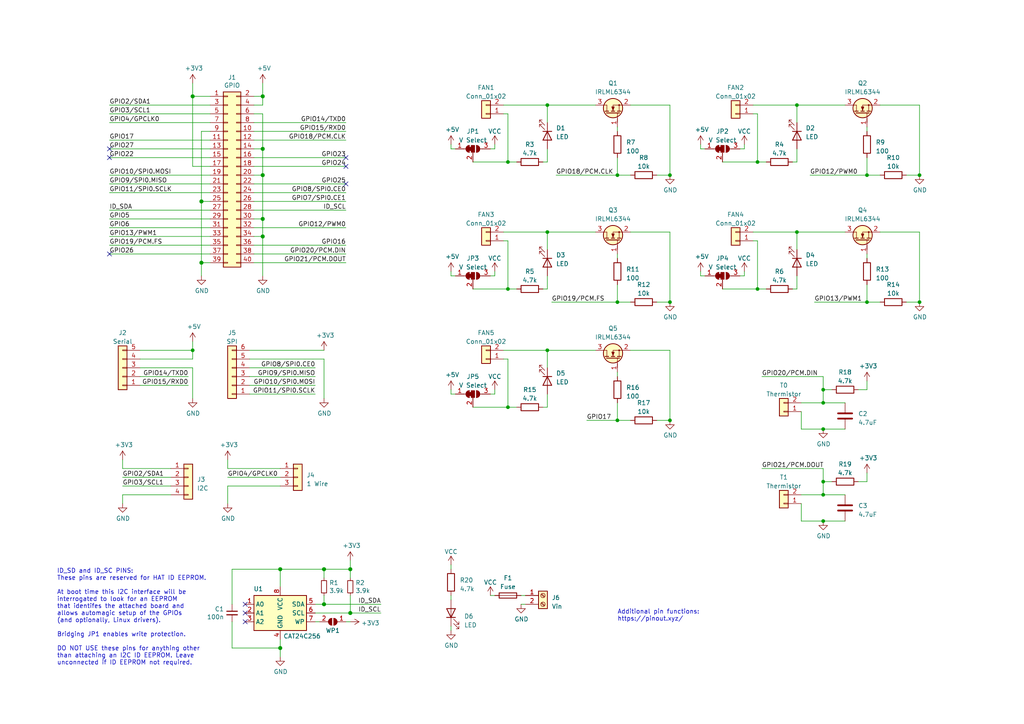
<source format=kicad_sch>
(kicad_sch (version 20230121) (generator eeschema)
  (paper "A4")
  (title_block (date "15 nov 2012"))
  (lib_symbols
    (symbol "Connector:Screw_Terminal_01x02" (pin_names (offset 1.016) hide)
      (property "Reference" "J" (at 0 2.54 0))
      (property "Value" "Screw_Terminal_01x02" (at 0 -5.08 0))
      (symbol "Screw_Terminal_01x02_1_1"
        (pin passive line (at -5.08 0 0) (length 3.81) (name "Pin_1") (number "1"))
        (pin passive line (at -5.08 -2.54 0) (length 3.81) (name "Pin_2") (number "2"))
      )
    )
    (symbol "Connector_Generic:Conn_01x02" (pin_names (offset 1.016) hide)
      (property "Reference" "J" (at 0 2.54 0))
      (property "Value" "Conn_01x02" (at 0 -5.08 0))
      (symbol "Conn_01x02_1_1"
        (pin passive line (at -5.08 0 0) (length 3.81) (name "Pin_1") (number "1"))
        (pin passive line (at -5.08 -2.54 0) (length 3.81) (name "Pin_2") (number "2"))
      )
    )
    (symbol "Connector_Generic:Conn_01x03" (pin_names (offset 1.016) hide)
      (property "Reference" "J" (at 0 5.08 0))
      (property "Value" "Conn_01x03" (at 0 -5.08 0))
      (symbol "Conn_01x03_1_1"
        (pin passive line (at -5.08 2.54 0) (length 3.81) (name "Pin_1") (number "1"))
        (pin passive line (at -5.08 0 0) (length 3.81) (name "Pin_2") (number "2"))
        (pin passive line (at -5.08 -2.54 0) (length 3.81) (name "Pin_3") (number "3"))
      )
    )
    (symbol "Connector_Generic:Conn_01x04" (pin_names (offset 1.016) hide)
      (property "Reference" "J" (at 0 5.08 0))
      (property "Value" "Conn_01x04" (at 0 -7.62 0))
      (symbol "Conn_01x04_1_1"
        (pin passive line (at -5.08 2.54 0) (length 3.81) (name "Pin_1") (number "1"))
        (pin passive line (at -5.08 0 0) (length 3.81) (name "Pin_2") (number "2"))
        (pin passive line (at -5.08 -2.54 0) (length 3.81) (name "Pin_3") (number "3"))
        (pin passive line (at -5.08 -5.08 0) (length 3.81) (name "Pin_4") (number "4"))
      )
    )
    (symbol "Connector_Generic:Conn_01x05" (pin_names (offset 1.016) hide)
      (property "Reference" "J" (at 0 7.62 0))
      (property "Value" "Conn_01x05" (at 0 -7.62 0))
      (symbol "Conn_01x05_1_1"
        (pin passive line (at -5.08 5.08 0) (length 3.81) (name "Pin_1") (number "1"))
        (pin passive line (at -5.08 2.54 0) (length 3.81) (name "Pin_2") (number "2"))
        (pin passive line (at -5.08 0 0) (length 3.81) (name "Pin_3") (number "3"))
        (pin passive line (at -5.08 -2.54 0) (length 3.81) (name "Pin_4") (number "4"))
        (pin passive line (at -5.08 -5.08 0) (length 3.81) (name "Pin_5") (number "5"))
      )
    )
    (symbol "Connector_Generic:Conn_01x06" (pin_names (offset 1.016) hide)
      (property "Reference" "J" (at 0 7.62 0))
      (property "Value" "Conn_01x06" (at 0 -10.16 0))
      (symbol "Conn_01x06_1_1"
        (pin passive line (at -5.08 5.08 0) (length 3.81) (name "Pin_1") (number "1"))
        (pin passive line (at -5.08 2.54 0) (length 3.81) (name "Pin_2") (number "2"))
        (pin passive line (at -5.08 0 0) (length 3.81) (name "Pin_3") (number "3"))
        (pin passive line (at -5.08 -2.54 0) (length 3.81) (name "Pin_4") (number "4"))
        (pin passive line (at -5.08 -5.08 0) (length 3.81) (name "Pin_5") (number "5"))
        (pin passive line (at -5.08 -7.62 0) (length 3.81) (name "Pin_6") (number "6"))
      )
    )
    (symbol "Connector_Generic:Conn_02x20_Odd_Even" (pin_names (offset 1.016) hide)
      (property "Reference" "J" (at 1.27 25.4 0))
      (property "Value" "Conn_02x20_Odd_Even" (at 1.27 -27.94 0))
      (symbol "Conn_02x20_Odd_Even_1_1"
        (pin passive line (at -5.08 22.86 0) (length 3.81) (name "Pin_1") (number "1"))
        (pin passive line (at 7.62 12.7 180) (length 3.81) (name "Pin_10") (number "10"))
        (pin passive line (at -5.08 10.16 0) (length 3.81) (name "Pin_11") (number "11"))
        (pin passive line (at 7.62 10.16 180) (length 3.81) (name "Pin_12") (number "12"))
        (pin passive line (at -5.08 7.62 0) (length 3.81) (name "Pin_13") (number "13"))
        (pin passive line (at 7.62 7.62 180) (length 3.81) (name "Pin_14") (number "14"))
        (pin passive line (at -5.08 5.08 0) (length 3.81) (name "Pin_15") (number "15"))
        (pin passive line (at 7.62 5.08 180) (length 3.81) (name "Pin_16") (number "16"))
        (pin passive line (at -5.08 2.54 0) (length 3.81) (name "Pin_17") (number "17"))
        (pin passive line (at 7.62 2.54 180) (length 3.81) (name "Pin_18") (number "18"))
        (pin passive line (at -5.08 0 0) (length 3.81) (name "Pin_19") (number "19"))
        (pin passive line (at 7.62 22.86 180) (length 3.81) (name "Pin_2") (number "2"))
        (pin passive line (at 7.62 0 180) (length 3.81) (name "Pin_20") (number "20"))
        (pin passive line (at -5.08 -2.54 0) (length 3.81) (name "Pin_21") (number "21"))
        (pin passive line (at 7.62 -2.54 180) (length 3.81) (name "Pin_22") (number "22"))
        (pin passive line (at -5.08 -5.08 0) (length 3.81) (name "Pin_23") (number "23"))
        (pin passive line (at 7.62 -5.08 180) (length 3.81) (name "Pin_24") (number "24"))
        (pin passive line (at -5.08 -7.62 0) (length 3.81) (name "Pin_25") (number "25"))
        (pin passive line (at 7.62 -7.62 180) (length 3.81) (name "Pin_26") (number "26"))
        (pin passive line (at -5.08 -10.16 0) (length 3.81) (name "Pin_27") (number "27"))
        (pin passive line (at 7.62 -10.16 180) (length 3.81) (name "Pin_28") (number "28"))
        (pin passive line (at -5.08 -12.7 0) (length 3.81) (name "Pin_29") (number "29"))
        (pin passive line (at -5.08 20.32 0) (length 3.81) (name "Pin_3") (number "3"))
        (pin passive line (at 7.62 -12.7 180) (length 3.81) (name "Pin_30") (number "30"))
        (pin passive line (at -5.08 -15.24 0) (length 3.81) (name "Pin_31") (number "31"))
        (pin passive line (at 7.62 -15.24 180) (length 3.81) (name "Pin_32") (number "32"))
        (pin passive line (at -5.08 -17.78 0) (length 3.81) (name "Pin_33") (number "33"))
        (pin passive line (at 7.62 -17.78 180) (length 3.81) (name "Pin_34") (number "34"))
        (pin passive line (at -5.08 -20.32 0) (length 3.81) (name "Pin_35") (number "35"))
        (pin passive line (at 7.62 -20.32 180) (length 3.81) (name "Pin_36") (number "36"))
        (pin passive line (at -5.08 -22.86 0) (length 3.81) (name "Pin_37") (number "37"))
        (pin passive line (at 7.62 -22.86 180) (length 3.81) (name "Pin_38") (number "38"))
        (pin passive line (at -5.08 -25.4 0) (length 3.81) (name "Pin_39") (number "39"))
        (pin passive line (at 7.62 20.32 180) (length 3.81) (name "Pin_4") (number "4"))
        (pin passive line (at 7.62 -25.4 180) (length 3.81) (name "Pin_40") (number "40"))
        (pin passive line (at -5.08 17.78 0) (length 3.81) (name "Pin_5") (number "5"))
        (pin passive line (at 7.62 17.78 180) (length 3.81) (name "Pin_6") (number "6"))
        (pin passive line (at -5.08 15.24 0) (length 3.81) (name "Pin_7") (number "7"))
        (pin passive line (at 7.62 15.24 180) (length 3.81) (name "Pin_8") (number "8"))
        (pin passive line (at -5.08 12.7 0) (length 3.81) (name "Pin_9") (number "9"))
      )
    )
    (symbol "Device:C" (pin_numbers hide) (pin_names (offset 0.254))
      (property "Reference" "C" (at 0.635 2.54 0))
      (property "Value" "C" (at 0.635 -2.54 0))
      (symbol "C_1_1"
        (pin passive line (at 0 3.81 270) (length 2.794) (name "~") (number "1"))
        (pin passive line (at 0 -3.81 90) (length 2.794) (name "~") (number "2"))
      )
    )
    (symbol "Device:C_Small" (pin_numbers hide) (pin_names (offset 0.254) hide)
      (property "Reference" "C" (at 0.254 1.778 0))
      (property "Value" "C_Small" (at 0.254 -2.032 0))
      (symbol "C_Small_1_1"
        (pin passive line (at 0 2.54 270) (length 2.032) (name "~") (number "1"))
        (pin passive line (at 0 -2.54 90) (length 2.032) (name "~") (number "2"))
      )
    )
    (symbol "Device:Fuse" (pin_numbers hide) (pin_names (offset 0))
      (property "Reference" "F" (at 2.032 0 90))
      (property "Value" "Fuse" (at -1.905 0 90))
      (symbol "Fuse_1_1"
        (pin passive line (at 0 3.81 270) (length 1.27) (name "~") (number "1"))
        (pin passive line (at 0 -3.81 90) (length 1.27) (name "~") (number "2"))
      )
    )
    (symbol "Device:LED" (pin_numbers hide) (pin_names (offset 1.016) hide)
      (property "Reference" "D" (at 0 2.54 0))
      (property "Value" "LED" (at 0 -2.54 0))
      (symbol "LED_1_1"
        (pin passive line (at -3.81 0 0) (length 2.54) (name "K") (number "1"))
        (pin passive line (at 3.81 0 180) (length 2.54) (name "A") (number "2"))
      )
    )
    (symbol "Device:R" (pin_numbers hide) (pin_names (offset 0))
      (property "Reference" "R" (at 2.032 0 90))
      (property "Value" "R" (at 0 0 90))
      (symbol "R_1_1"
        (pin passive line (at 0 3.81 270) (length 1.27) (name "~") (number "1"))
        (pin passive line (at 0 -3.81 90) (length 1.27) (name "~") (number "2"))
      )
    )
    (symbol "Device:R_Small" (pin_numbers hide) (pin_names (offset 0.254) hide)
      (property "Reference" "R" (at 0.762 0.508 0))
      (property "Value" "R_Small" (at 0.762 -1.016 0))
      (symbol "R_Small_1_1"
        (pin passive line (at 0 2.54 270) (length 0.762) (name "~") (number "1"))
        (pin passive line (at 0 -2.54 90) (length 0.762) (name "~") (number "2"))
      )
    )
    (symbol "Jumper:SolderJumper_2_Open" (pin_names (offset 0) hide)
      (property "Reference" "JP" (at 0 2.032 0))
      (property "Value" "SolderJumper_2_Open" (at 0 -2.54 0))
      (symbol "SolderJumper_2_Open_1_1"
        (pin passive line (at -3.81 0 0) (length 2.54) (name "A") (number "1"))
        (pin passive line (at 3.81 0 180) (length 2.54) (name "B") (number "2"))
      )
    )
    (symbol "Jumper:SolderJumper_3_Bridged12" (pin_names (offset 0) hide)
      (property "Reference" "JP" (at -2.54 -2.54 0))
      (property "Value" "SolderJumper_3_Bridged12" (at 0 2.794 0))
      (symbol "SolderJumper_3_Bridged12_1_1"
        (pin passive line (at -5.08 0 0) (length 2.54) (name "A") (number "1"))
        (pin passive line (at 0 -3.81 90) (length 2.54) (name "C") (number "2"))
        (pin passive line (at 5.08 0 180) (length 2.54) (name "B") (number "3"))
      )
    )
    (symbol "Memory_EEPROM:CAT24C256"
      (property "Reference" "U" (at -6.35 6.35 0))
      (property "Value" "CAT24C256" (at 1.27 6.35 0))
      (symbol "CAT24C256_1_1"
        (pin input line (at -10.16 2.54 0) (length 2.54) (name "A0") (number "1"))
        (pin input line (at -10.16 0 0) (length 2.54) (name "A1") (number "2"))
        (pin input line (at -10.16 -2.54 0) (length 2.54) (name "A2") (number "3"))
        (pin power_in line (at 0 -7.62 90) (length 2.54) (name "GND") (number "4"))
        (pin bidirectional line (at 10.16 2.54 180) (length 2.54) (name "SDA") (number "5"))
        (pin input line (at 10.16 0 180) (length 2.54) (name "SCL") (number "6"))
        (pin input line (at 10.16 -2.54 180) (length 2.54) (name "WP") (number "7"))
        (pin power_in line (at 0 7.62 270) (length 2.54) (name "VCC") (number "8"))
      )
    )
    (symbol "PCM_Transistor_MOSFET_AKL:IRLML6344" (pin_names hide)
      (property "Reference" "Q" (at 5.08 1.27 0))
      (property "Value" "IRLML6344" (at 5.08 -1.27 0))
      (symbol "IRLML6344_1_1"
        (pin input line (at -3.81 -1.27 0) (length 2.54) (name "G") (number "1"))
        (pin passive line (at 2.54 -5.08 90) (length 2.54) (name "S") (number "2"))
        (pin passive line (at 2.54 5.08 270) (length 2.54) (name "D") (number "3"))
      )
    )
    (symbol "power:+3.3V" (power) (pin_names (offset 0))
      (property "Value" "+3.3V" (at 0 3.556 0))
      (symbol "+3.3V_1_1"
        (pin power_in line (at 0 0 90) (length 0) hide (name "+3V3") (number "1"))
      )
    )
    (symbol "power:+5V" (power) (pin_names (offset 0))
      (property "Value" "+5V" (at 0 3.556 0))
      (symbol "+5V_1_1"
        (pin power_in line (at 0 0 90) (length 0) hide (name "+5V") (number "1"))
      )
    )
    (symbol "power:GND" (power) (pin_names (offset 0))
      (property "Value" "GND" (at 0 -3.81 0))
      (symbol "GND_1_1"
        (pin power_in line (at 0 0 270) (length 0) hide (name "GND") (number "1"))
      )
    )
    (symbol "power:VCC" (power) (pin_names (offset 0))
      (property "Value" "VCC" (at 0 3.81 0))
      (symbol "VCC_1_1"
        (pin power_in line (at 0 0 90) (length 0) hide (name "VCC") (number "1"))
      )
    )
  )
  (junction (at 266.7 50.8))
  (junction (at 93.98 175.26) (diameter 1.016))
  (junction (at 76.2 27.94) (diameter 1.016))
  (junction (at 81.28 187.96) (diameter 1.016))
  (junction (at 76.2 43.18) (diameter 1.016))
  (junction (at 81.28 165.1) (diameter 1.016))
  (junction (at 251.46 50.8))
  (junction (at 158.75 67.31))
  (junction (at 179.07 87.63))
  (junction (at 101.6 165.1) (diameter 1.016))
  (junction (at 251.46 87.63))
  (junction (at 158.75 30.48))
  (junction (at 194.31 50.8))
  (junction (at 147.32 46.99))
  (junction (at 58.42 76.2) (diameter 1.016))
  (junction (at 194.31 121.92))
  (junction (at 58.42 58.42) (diameter 1.016))
  (junction (at 238.76 113.03))
  (junction (at 238.76 151.13))
  (junction (at 219.71 83.82))
  (junction (at 76.2 68.58) (diameter 1.016))
  (junction (at 55.88 101.6))
  (junction (at 158.75 101.6))
  (junction (at 231.14 30.48))
  (junction (at 238.76 116.84))
  (junction (at 219.71 46.99))
  (junction (at 147.32 83.82))
  (junction (at 76.2 63.5) (diameter 1.016))
  (junction (at 238.76 124.46))
  (junction (at 179.07 50.8))
  (junction (at 76.2 50.8) (diameter 1.016))
  (junction (at 101.6 177.8) (diameter 1.016))
  (junction (at 231.14 67.31))
  (junction (at 179.07 121.92))
  (junction (at 194.31 87.63))
  (junction (at 147.32 118.11))
  (junction (at 238.76 139.7))
  (junction (at 266.7 87.63))
  (junction (at 238.76 143.51))
  (junction (at 55.88 27.94) (diameter 1.016))
  (junction (at 93.98 165.1) (diameter 1.016))
  (no_connect (at 31.75 43.18))
  (no_connect (at 71.12 175.26))
  (no_connect (at 71.12 177.8))
  (no_connect (at 71.12 180.34))
  (no_connect (at 100.33 48.26))
  (no_connect (at 100.33 53.34))
  (no_connect (at 31.75 73.66))
  (no_connect (at 31.75 45.72))
  (no_connect (at 100.33 45.72))
  (wire (pts (xy 58.42 58.42) (xy 58.42 76.2)))
  (wire (pts (xy 73.66 58.42) (xy 100.33 58.42)))
  (wire (pts (xy 130.81 41.91) (xy 130.81 43.18)))
  (wire (pts (xy 60.96 40.64) (xy 31.75 40.64)))
  (wire (pts (xy 81.28 165.1) (xy 93.98 165.1)))
  (wire (pts (xy 101.6 165.1) (xy 93.98 165.1)))
  (wire (pts (xy 101.6 167.64) (xy 101.6 165.1)))
  (wire (pts (xy 232.41 143.51) (xy 238.76 143.51)))
  (wire (pts (xy 179.07 87.63) (xy 182.88 87.63)))
  (wire (pts (xy 222.25 46.99) (xy 219.71 46.99)))
  (wire (pts (xy 255.27 30.48) (xy 266.7 30.48)))
  (wire (pts (xy 76.2 33.02) (xy 76.2 43.18)))
  (wire (pts (xy 76.2 50.8) (xy 73.66 50.8)))
  (wire (pts (xy 232.41 116.84) (xy 238.76 116.84)))
  (wire (pts (xy 215.9 80.01) (xy 215.9 78.74)))
  (wire (pts (xy 203.2 78.74) (xy 203.2 80.01)))
  (wire (pts (xy 179.07 116.84) (xy 179.07 121.92)))
  (wire (pts (xy 40.64 101.6) (xy 55.88 101.6)))
  (wire (pts (xy 238.76 151.13) (xy 245.11 151.13)))
  (wire (pts (xy 234.95 50.8) (xy 251.46 50.8)))
  (wire (pts (xy 231.14 30.48) (xy 245.11 30.48)))
  (wire (pts (xy 231.14 30.48) (xy 231.14 35.56)))
  (wire (pts (xy 146.05 104.14) (xy 147.32 104.14)))
  (wire (pts (xy 76.2 63.5) (xy 76.2 68.58)))
  (wire (pts (xy 190.5 121.92) (xy 194.31 121.92)))
  (wire (pts (xy 179.07 82.55) (xy 179.07 87.63)))
  (wire (pts (xy 218.44 30.48) (xy 231.14 30.48)))
  (wire (pts (xy 142.24 43.18) (xy 143.51 43.18)))
  (wire (pts (xy 220.98 109.22) (xy 238.76 109.22)))
  (wire (pts (xy 76.2 50.8) (xy 76.2 63.5)))
  (wire (pts (xy 130.81 80.01) (xy 132.08 80.01)))
  (wire (pts (xy 73.66 35.56) (xy 100.33 35.56)))
  (wire (pts (xy 58.42 38.1) (xy 58.42 58.42)))
  (wire (pts (xy 251.46 45.72) (xy 251.46 50.8)))
  (wire (pts (xy 91.44 175.26) (xy 93.98 175.26)))
  (wire (pts (xy 93.98 175.26) (xy 110.49 175.26)))
  (wire (pts (xy 157.48 118.11) (xy 158.75 118.11)))
  (wire (pts (xy 142.24 172.72) (xy 143.51 172.72)))
  (wire (pts (xy 238.76 124.46) (xy 245.11 124.46)))
  (wire (pts (xy 209.55 83.82) (xy 219.71 83.82)))
  (wire (pts (xy 157.48 83.82) (xy 158.75 83.82)))
  (wire (pts (xy 130.81 172.72) (xy 130.81 173.99)))
  (wire (pts (xy 35.56 143.51) (xy 35.56 146.05)))
  (wire (pts (xy 58.42 38.1) (xy 60.96 38.1)))
  (wire (pts (xy 91.44 180.34) (xy 92.71 180.34)))
  (wire (pts (xy 100.33 180.34) (xy 101.6 180.34)))
  (wire (pts (xy 73.66 55.88) (xy 100.33 55.88)))
  (wire (pts (xy 60.96 60.96) (xy 31.75 60.96)))
  (wire (pts (xy 238.76 113.03) (xy 238.76 116.84)))
  (wire (pts (xy 31.75 63.5) (xy 60.96 63.5)))
  (wire (pts (xy 255.27 67.31) (xy 266.7 67.31)))
  (wire (pts (xy 190.5 50.8) (xy 194.31 50.8)))
  (wire (pts (xy 203.2 41.91) (xy 203.2 43.18)))
  (wire (pts (xy 238.76 135.89) (xy 238.76 139.7)))
  (wire (pts (xy 229.87 46.99) (xy 231.14 46.99)))
  (wire (pts (xy 209.55 46.99) (xy 219.71 46.99)))
  (wire (pts (xy 251.46 73.66) (xy 251.46 74.93)))
  (wire (pts (xy 58.42 58.42) (xy 60.96 58.42)))
  (wire (pts (xy 101.6 162.56) (xy 101.6 165.1)))
  (wire (pts (xy 137.16 83.82) (xy 147.32 83.82)))
  (wire (pts (xy 251.46 137.16) (xy 251.46 139.7)))
  (wire (pts (xy 158.75 101.6) (xy 172.72 101.6)))
  (wire (pts (xy 219.71 83.82) (xy 222.25 83.82)))
  (wire (pts (xy 218.44 69.85) (xy 219.71 69.85)))
  (wire (pts (xy 73.66 45.72) (xy 100.33 45.72)))
  (wire (pts (xy 81.28 165.1) (xy 81.28 170.18)))
  (wire (pts (xy 231.14 67.31) (xy 231.14 72.39)))
  (wire (pts (xy 66.04 133.35) (xy 66.04 135.89)))
  (wire (pts (xy 203.2 43.18) (xy 204.47 43.18)))
  (wire (pts (xy 251.46 87.63) (xy 255.27 87.63)))
  (wire (pts (xy 137.16 118.11) (xy 147.32 118.11)))
  (wire (pts (xy 151.13 175.26) (xy 152.4 175.26)))
  (wire (pts (xy 73.66 76.2) (xy 100.33 76.2)))
  (wire (pts (xy 58.42 76.2) (xy 58.42 80.01)))
  (wire (pts (xy 31.75 43.18) (xy 60.96 43.18)))
  (wire (pts (xy 101.6 172.72) (xy 101.6 177.8)))
  (wire (pts (xy 55.88 24.13) (xy 55.88 27.94)))
  (wire (pts (xy 232.41 146.05) (xy 232.41 151.13)))
  (wire (pts (xy 143.51 43.18) (xy 143.51 41.91)))
  (wire (pts (xy 251.46 139.7) (xy 248.92 139.7)))
  (wire (pts (xy 251.46 82.55) (xy 251.46 87.63)))
  (wire (pts (xy 194.31 50.8) (xy 194.31 30.48)))
  (wire (pts (xy 72.39 111.76) (xy 91.44 111.76)))
  (wire (pts (xy 179.07 50.8) (xy 161.29 50.8)))
  (wire (pts (xy 179.07 36.83) (xy 179.07 38.1)))
  (wire (pts (xy 238.76 116.84) (xy 245.11 116.84)))
  (wire (pts (xy 76.2 68.58) (xy 73.66 68.58)))
  (wire (pts (xy 232.41 119.38) (xy 232.41 124.46)))
  (wire (pts (xy 194.31 67.31) (xy 194.31 87.63)))
  (wire (pts (xy 190.5 87.63) (xy 194.31 87.63)))
  (wire (pts (xy 219.71 33.02) (xy 218.44 33.02)))
  (wire (pts (xy 40.64 104.14) (xy 55.88 104.14)))
  (wire (pts (xy 232.41 151.13) (xy 238.76 151.13)))
  (wire (pts (xy 31.75 33.02) (xy 60.96 33.02)))
  (wire (pts (xy 157.48 46.99) (xy 158.75 46.99)))
  (wire (pts (xy 241.3 139.7) (xy 238.76 139.7)))
  (wire (pts (xy 31.75 55.88) (xy 60.96 55.88)))
  (wire (pts (xy 158.75 72.39) (xy 158.75 67.31)))
  (wire (pts (xy 179.07 73.66) (xy 179.07 74.93)))
  (wire (pts (xy 40.64 111.76) (xy 54.61 111.76)))
  (wire (pts (xy 215.9 43.18) (xy 215.9 41.91)))
  (wire (pts (xy 146.05 67.31) (xy 158.75 67.31)))
  (wire (pts (xy 55.88 48.26) (xy 60.96 48.26)))
  (wire (pts (xy 203.2 80.01) (xy 204.47 80.01)))
  (wire (pts (xy 60.96 30.48) (xy 31.75 30.48)))
  (wire (pts (xy 66.04 140.97) (xy 81.28 140.97)))
  (wire (pts (xy 76.2 27.94) (xy 76.2 30.48)))
  (wire (pts (xy 218.44 67.31) (xy 231.14 67.31)))
  (wire (pts (xy 179.07 50.8) (xy 182.88 50.8)))
  (wire (pts (xy 232.41 124.46) (xy 238.76 124.46)))
  (wire (pts (xy 76.2 43.18) (xy 76.2 50.8)))
  (wire (pts (xy 73.66 40.64) (xy 100.33 40.64)))
  (wire (pts (xy 76.2 43.18) (xy 73.66 43.18)))
  (wire (pts (xy 266.7 67.31) (xy 266.7 87.63)))
  (wire (pts (xy 147.32 33.02) (xy 147.32 46.99)))
  (wire (pts (xy 35.56 138.43) (xy 49.53 138.43)))
  (wire (pts (xy 40.64 109.22) (xy 54.61 109.22)))
  (wire (pts (xy 76.2 24.13) (xy 76.2 27.94)))
  (wire (pts (xy 236.22 87.63) (xy 251.46 87.63)))
  (wire (pts (xy 231.14 46.99) (xy 231.14 43.18)))
  (wire (pts (xy 31.75 35.56) (xy 60.96 35.56)))
  (wire (pts (xy 93.98 165.1) (xy 93.98 167.64)))
  (wire (pts (xy 194.31 101.6) (xy 194.31 121.92)))
  (wire (pts (xy 76.2 27.94) (xy 73.66 27.94)))
  (wire (pts (xy 55.88 27.94) (xy 55.88 48.26)))
  (wire (pts (xy 238.76 109.22) (xy 238.76 113.03)))
  (wire (pts (xy 93.98 104.14) (xy 93.98 115.57)))
  (wire (pts (xy 229.87 83.82) (xy 231.14 83.82)))
  (wire (pts (xy 130.81 163.83) (xy 130.81 165.1)))
  (wire (pts (xy 73.66 48.26) (xy 100.33 48.26)))
  (wire (pts (xy 73.66 38.1) (xy 100.33 38.1)))
  (wire (pts (xy 214.63 43.18) (xy 215.9 43.18)))
  (wire (pts (xy 93.98 172.72) (xy 93.98 175.26)))
  (wire (pts (xy 238.76 143.51) (xy 245.11 143.51)))
  (wire (pts (xy 262.89 50.8) (xy 266.7 50.8)))
  (wire (pts (xy 91.44 177.8) (xy 101.6 177.8)))
  (wire (pts (xy 101.6 177.8) (xy 110.49 177.8)))
  (wire (pts (xy 158.75 83.82) (xy 158.75 80.01)))
  (wire (pts (xy 147.32 69.85) (xy 146.05 69.85)))
  (wire (pts (xy 143.51 114.3) (xy 143.51 113.03)))
  (wire (pts (xy 130.81 113.03) (xy 130.81 114.3)))
  (wire (pts (xy 31.75 45.72) (xy 60.96 45.72)))
  (wire (pts (xy 31.75 53.34) (xy 60.96 53.34)))
  (wire (pts (xy 194.31 30.48) (xy 182.88 30.48)))
  (wire (pts (xy 35.56 140.97) (xy 49.53 140.97)))
  (wire (pts (xy 158.75 46.99) (xy 158.75 43.18)))
  (wire (pts (xy 147.32 83.82) (xy 149.86 83.82)))
  (wire (pts (xy 66.04 135.89) (xy 81.28 135.89)))
  (wire (pts (xy 158.75 30.48) (xy 172.72 30.48)))
  (wire (pts (xy 55.88 99.06) (xy 55.88 101.6)))
  (wire (pts (xy 266.7 30.48) (xy 266.7 50.8)))
  (wire (pts (xy 151.13 172.72) (xy 152.4 172.72)))
  (wire (pts (xy 262.89 87.63) (xy 266.7 87.63)))
  (wire (pts (xy 31.75 66.04) (xy 60.96 66.04)))
  (wire (pts (xy 158.75 118.11) (xy 158.75 114.3)))
  (wire (pts (xy 76.2 30.48) (xy 73.66 30.48)))
  (wire (pts (xy 158.75 67.31) (xy 172.72 67.31)))
  (wire (pts (xy 146.05 101.6) (xy 158.75 101.6)))
  (wire (pts (xy 49.53 135.89) (xy 35.56 135.89)))
  (wire (pts (xy 40.64 106.68) (xy 55.88 106.68)))
  (wire (pts (xy 179.07 121.92) (xy 182.88 121.92)))
  (wire (pts (xy 72.39 109.22) (xy 91.44 109.22)))
  (wire (pts (xy 31.75 71.12) (xy 60.96 71.12)))
  (wire (pts (xy 73.66 71.12) (xy 100.33 71.12)))
  (wire (pts (xy 130.81 114.3) (xy 132.08 114.3)))
  (wire (pts (xy 73.66 66.04) (xy 100.33 66.04)))
  (wire (pts (xy 147.32 69.85) (xy 147.32 83.82)))
  (wire (pts (xy 58.42 76.2) (xy 60.96 76.2)))
  (wire (pts (xy 130.81 78.74) (xy 130.81 80.01)))
  (wire (pts (xy 147.32 104.14) (xy 147.32 118.11)))
  (wire (pts (xy 147.32 118.11) (xy 149.86 118.11)))
  (wire (pts (xy 73.66 73.66) (xy 100.33 73.66)))
  (wire (pts (xy 72.39 106.68) (xy 91.44 106.68)))
  (wire (pts (xy 49.53 143.51) (xy 35.56 143.51)))
  (wire (pts (xy 76.2 33.02) (xy 73.66 33.02)))
  (wire (pts (xy 31.75 73.66) (xy 60.96 73.66)))
  (wire (pts (xy 214.63 80.01) (xy 215.9 80.01)))
  (wire (pts (xy 143.51 80.01) (xy 143.51 78.74)))
  (wire (pts (xy 142.24 114.3) (xy 143.51 114.3)))
  (wire (pts (xy 231.14 67.31) (xy 245.11 67.31)))
  (wire (pts (xy 146.05 30.48) (xy 158.75 30.48)))
  (wire (pts (xy 251.46 113.03) (xy 248.92 113.03)))
  (wire (pts (xy 179.07 45.72) (xy 179.07 50.8)))
  (wire (pts (xy 179.07 107.95) (xy 179.07 109.22)))
  (wire (pts (xy 160.02 87.63) (xy 179.07 87.63)))
  (wire (pts (xy 72.39 114.3) (xy 91.44 114.3)))
  (wire (pts (xy 231.14 83.82) (xy 231.14 80.01)))
  (wire (pts (xy 72.39 104.14) (xy 93.98 104.14)))
  (wire (pts (xy 251.46 36.83) (xy 251.46 38.1)))
  (wire (pts (xy 35.56 135.89) (xy 35.56 133.35)))
  (wire (pts (xy 67.31 165.1) (xy 67.31 175.26)))
  (wire (pts (xy 67.31 180.34) (xy 67.31 187.96)))
  (wire (pts (xy 67.31 187.96) (xy 81.28 187.96)))
  (wire (pts (xy 81.28 165.1) (xy 67.31 165.1)))
  (wire (pts (xy 142.24 80.01) (xy 143.51 80.01)))
  (wire (pts (xy 251.46 50.8) (xy 255.27 50.8)))
  (wire (pts (xy 81.28 185.42) (xy 81.28 187.96)))
  (wire (pts (xy 81.28 187.96) (xy 81.28 190.5)))
  (wire (pts (xy 241.3 113.03) (xy 238.76 113.03)))
  (wire (pts (xy 170.18 121.92) (xy 179.07 121.92)))
  (wire (pts (xy 182.88 101.6) (xy 194.31 101.6)))
  (wire (pts (xy 147.32 33.02) (xy 146.05 33.02)))
  (wire (pts (xy 158.75 101.6) (xy 158.75 106.68)))
  (wire (pts (xy 76.2 68.58) (xy 76.2 80.01)))
  (wire (pts (xy 219.71 33.02) (xy 219.71 46.99)))
  (wire (pts (xy 73.66 53.34) (xy 100.33 53.34)))
  (wire (pts (xy 60.96 68.58) (xy 31.75 68.58)))
  (wire (pts (xy 66.04 146.05) (xy 66.04 140.97)))
  (wire (pts (xy 130.81 181.61) (xy 130.81 182.88)))
  (wire (pts (xy 137.16 46.99) (xy 147.32 46.99)))
  (wire (pts (xy 158.75 30.48) (xy 158.75 35.56)))
  (wire (pts (xy 147.32 46.99) (xy 149.86 46.99)))
  (wire (pts (xy 76.2 63.5) (xy 73.66 63.5)))
  (wire (pts (xy 72.39 101.6) (xy 93.98 101.6)))
  (wire (pts (xy 55.88 27.94) (xy 60.96 27.94)))
  (wire (pts (xy 55.88 101.6) (xy 55.88 104.14)))
  (wire (pts (xy 238.76 139.7) (xy 238.76 143.51)))
  (wire (pts (xy 182.88 67.31) (xy 194.31 67.31)))
  (wire (pts (xy 60.96 50.8) (xy 31.75 50.8)))
  (wire (pts (xy 73.66 60.96) (xy 100.33 60.96)))
  (wire (pts (xy 130.81 43.18) (xy 132.08 43.18)))
  (wire (pts (xy 66.04 138.43) (xy 81.28 138.43)))
  (wire (pts (xy 220.98 135.89) (xy 238.76 135.89)))
  (wire (pts (xy 251.46 110.49) (xy 251.46 113.03)))
  (wire (pts (xy 219.71 69.85) (xy 219.71 83.82)))
  (wire (pts (xy 55.88 106.68) (xy 55.88 115.57)))
  (text "Additional pin functions:\nhttps://pinout.xyz/" (at 179.07 180.34 0) (effects (font (size 1.27 1.27)) (justify left bottom)))
  (text "ID_SD and ID_SC PINS:\nThese pins are reserved for HAT ID EEPROM.\n\nAt boot time this I2C interface will be\ninterrogated to look for an EEPROM\nthat identifes the attached board and\nallows automagic setup of the GPIOs\n(and optionally, Linux drivers).\n\nBridging JP1 enables write protection.\n\nDO NOT USE these pins for anything other\nthan attaching an I2C ID EEPROM. Leave\nunconnected if ID EEPROM not required." (at 16.51 193.04 0) (effects (font (size 1.27 1.27)) (justify left bottom)))
  (label "GPIO17" (at 170.18 121.92 0))
  (label "ID_SDA" (at 31.75 60.96 0))
  (label "GPIO6" (at 31.75 66.04 0))
  (label "ID_SDA" (at 110.49 175.26 180))
  (label "GPIO2{slash}SDA1" (at 35.56 138.43 0))
  (label "ID_SCL" (at 100.33 60.96 180))
  (label "GPIO4{slash}GPCLK0" (at 66.04 138.43 0))
  (label "GPIO5" (at 31.75 63.5 0))
  (label "GPIO21{slash}PCM.DOUT" (at 100.33 76.2 180))
  (label "GPIO19{slash}PCM.FS" (at 31.75 71.12 0))
  (label "GPIO10{slash}SPI0.MOSI" (at 31.75 50.8 0))
  (label "GPIO9{slash}SPI0.MISO" (at 31.75 53.34 0))
  (label "GPIO23" (at 100.33 45.72 180))
  (label "GPIO4{slash}GPCLK0" (at 31.75 35.56 0))
  (label "GPIO27" (at 31.75 43.18 0))
  (label "GPIO26" (at 31.75 73.66 0))
  (label "GPIO13{slash}PWM1" (at 236.22 87.63 0))
  (label "GPIO14{slash}TXD0" (at 100.33 35.56 180))
  (label "GPIO8{slash}SPI0.CE0" (at 100.33 55.88 180))
  (label "GPIO8{slash}SPI0.CE0" (at 91.44 106.68 180))
  (label "GPIO15{slash}RXD0" (at 100.33 38.1 180))
  (label "GPIO16" (at 100.33 71.12 180))
  (label "GPIO20{slash}PCM.DIN" (at 220.98 109.22 0))
  (label "GPIO22" (at 31.75 45.72 0))
  (label "GPIO19{slash}PCM.FS" (at 160.02 87.63 0))
  (label "GPIO9{slash}SPI0.MISO" (at 91.44 109.22 180))
  (label "GPIO2{slash}SDA1" (at 31.75 30.48 0))
  (label "GPIO17" (at 31.75 40.64 0))
  (label "GPIO15{slash}RXD0" (at 54.61 111.76 180))
  (label "GPIO12{slash}PWM0" (at 234.95 50.8 0))
  (label "GPIO25" (at 100.33 53.34 180))
  (label "GPIO3{slash}SCL1" (at 31.75 33.02 0))
  (label "GPIO11{slash}SPI0.SCLK" (at 91.44 114.3 180))
  (label "GPIO14{slash}TXD0" (at 54.61 109.22 180))
  (label "GPIO18{slash}PCM.CLK" (at 100.33 40.64 180))
  (label "GPIO12{slash}PWM0" (at 100.33 66.04 180))
  (label "GPIO13{slash}PWM1" (at 31.75 68.58 0))
  (label "GPIO18{slash}PCM.CLK" (at 161.29 50.8 0))
  (label "GPIO20{slash}PCM.DIN" (at 100.33 73.66 180))
  (label "GPIO24" (at 100.33 48.26 180))
  (label "GPIO7{slash}SPI0.CE1" (at 100.33 58.42 180))
  (label "GPIO3{slash}SCL1" (at 35.56 140.97 0))
  (label "GPIO10{slash}SPI0.MOSI" (at 91.44 111.76 180))
  (label "ID_SCL" (at 110.49 177.8 180))
  (label "GPIO21{slash}PCM.DOUT" (at 220.98 135.89 0))
  (label "GPIO11{slash}SPI0.SCLK" (at 31.75 55.88 0))
  (symbol (lib_id "power:+5V") (at 76.2 24.13 0) (unit 1)
    (property "Reference" "#PWR01" (effects hide))
    (property "Value" "+5V" (at 76.5683 19.8056 0))
  )
  (symbol (lib_id "power:+3.3V") (at 55.88 24.13 0) (unit 1)
    (property "Reference" "#PWR04" (effects hide))
    (property "Value" "+3.3V" (at 56.2483 19.8056 0))
  )
  (symbol (lib_id "power:GND") (at 76.2 80.01 0) (unit 1)
    (property "Reference" "#PWR02" (effects hide))
    (property "Value" "GND" (at 76.3143 84.3344 0))
  )
  (symbol (lib_id "power:GND") (at 58.42 80.01 0) (unit 1)
    (property "Reference" "#PWR03" (effects hide))
    (property "Value" "GND" (at 58.5343 84.3344 0))
  )
  (symbol (lib_id "Connector_Generic:Conn_02x20_Odd_Even") (at 66.04 50.8 0) (unit 1)
    (property "Reference" "J1" (at 67.31 22.4598 0))
    (property "Value" "GPIO" (at 67.31 24.765 0))
    (property "Footprint" "Connector_PinSocket_2.54mm:PinSocket_2x20_P2.54mm_Vertical" (effects hide))
  )
  (symbol (lib_id "power:VCC") (at 143.51 41.91 0) (unit 1)
    (property "Reference" "#PWR026" (effects hide))
    (property "Value" "VCC" (at 143.51 38.1 0))
  )
  (symbol (lib_id "power:GND") (at 151.13 175.26 0) (unit 1)
    (property "Reference" "#PWR018" (effects hide))
    (property "Value" "GND" (at 151.2443 179.5844 0))
  )
  (symbol (lib_id "power:VCC") (at 215.9 41.91 0) (unit 1)
    (property "Reference" "#PWR027" (effects hide))
    (property "Value" "VCC" (at 215.9 38.1 0))
  )
  (symbol (lib_id "Connector_Generic:Conn_01x04") (at 54.61 138.43 0) (unit 1)
    (property "Reference" "J3" (at 57.15 139.065 0) (effects (justify left)))
    (property "Value" "I2C" (at 57.15 141.605 0) (effects (justify left)))
    (property "Footprint" "Connector_JST:JST_XH_B4B-XH-A_1x04_P2.50mm_Vertical" (effects hide))
  )
  (symbol (lib_id "Connector_Generic:Conn_01x06") (at 67.31 109.22 180) (unit 1)
    (property "Reference" "J5" (at 67.31 96.52 0))
    (property "Value" "SPI" (at 67.31 99.06 0))
    (property "Footprint" "Connector_PinHeader_2.54mm:PinHeader_1x06_P2.54mm_Vertical" (effects hide))
  )
  (symbol (lib_id "Device:C_Small") (at 67.31 177.8 0) (unit 1)
    (property "Reference" "C1" (at 64.9858 176.6506 0) (effects (justify right)))
    (property "Value" "100n" (at 64.9858 178.9493 0) (effects (justify right)))
    (property "Footprint" "Capacitor_SMD:C_1206_3216Metric" (effects hide))
  )
  (symbol (lib_id "Device:Fuse") (at 147.32 172.72 90) (unit 1)
    (property "Reference" "F1" (at 147.32 167.64 90))
    (property "Value" "Fuse" (at 147.32 170.18 90))
    (property "Footprint" "Fuse:Fuseholder_Blade_Mini_Keystone_3568" (effects hide))
  )
  (symbol (lib_id "Device:LED") (at 158.75 110.49 270) (unit 1)
    (property "Reference" "D5" (at 161.29 108.2675 90) (effects (justify left)))
    (property "Value" "LED" (at 161.29 110.8075 90) (effects (justify left)))
    (property "Footprint" "LED_SMD:LED_1206_3216Metric_ReverseMount_Hole1.8x2.4mm" (effects hide))
  )
  (symbol (lib_id "PCM_Transistor_MOSFET_AKL:IRLML6344") (at 177.8 33.02 90) (unit 1)
    (property "Reference" "Q1" (at 177.8 24.13 90))
    (property "Value" "IRLML6344" (at 177.8 26.67 90))
    (property "Footprint" "Package_TO_SOT_SMD:TSOT-23" (effects hide))
    (property "Datasheet" "https://www.tme.eu/Document/f3dfd4e8b214f54a2960ef3507968e9d/irlml6344pbf.pdf" (effects hide))
  )
  (symbol (lib_id "Device:R") (at 186.69 87.63 90) (unit 1)
    (property "Reference" "R12" (at 186.69 82.55 90))
    (property "Value" "10k" (at 186.69 85.09 90))
    (property "Footprint" "Resistor_SMD:R_1206_3216Metric" (effects hide))
  )
  (symbol (lib_id "power:GND") (at 66.04 146.05 0) (unit 1)
    (property "Reference" "#PWR028" (effects hide))
    (property "Value" "GND" (at 66.1543 150.3744 0))
  )
  (symbol (lib_id "Device:R") (at 245.11 139.7 90) (unit 1)
    (property "Reference" "R19" (at 245.11 134.62 90))
    (property "Value" "4.7k" (at 245.11 137.16 90))
    (property "Footprint" "Resistor_SMD:R_1206_3216Metric" (effects hide))
  )
  (symbol (lib_id "Jumper:SolderJumper_3_Bridged12") (at 209.55 43.18 0) (unit 1)
    (property "Reference" "JP2" (at 209.55 38.1 0))
    (property "Value" "V Select" (at 209.55 40.64 0))
    (property "Footprint" "Connector_PinHeader_2.54mm:PinHeader_1x03_P2.54mm_Vertical" (effects hide))
  )
  (symbol (lib_id "power:+3.3V") (at 251.46 137.16 0) (unit 1)
    (property "Reference" "#PWR033" (effects hide))
    (property "Value" "+3.3V" (at 251.8283 132.8356 0))
  )
  (symbol (lib_id "Device:R_Small") (at 93.98 170.18 0) (unit 1)
    (property "Reference" "R1" (at 95.4786 169.037 0) (effects (justify left)))
    (property "Value" "3.9k" (at 95.4787 171.3293 0) (effects (justify left)))
    (property "Footprint" "Resistor_SMD:R_1206_3216Metric" (effects hide))
  )
  (symbol (lib_id "Device:LED") (at 231.14 39.37 270) (unit 1)
    (property "Reference" "D2" (at 233.68 37.1475 90) (effects (justify left)))
    (property "Value" "LED" (at 233.68 39.6875 90) (effects (justify left)))
    (property "Footprint" "LED_SMD:LED_1206_3216Metric_ReverseMount_Hole1.8x2.4mm" (effects hide))
  )
  (symbol (lib_id "Device:LED") (at 158.75 76.2 270) (unit 1)
    (property "Reference" "D3" (at 161.29 73.9775 90) (effects (justify left)))
    (property "Value" "LED" (at 161.29 76.5175 90) (effects (justify left)))
    (property "Footprint" "LED_SMD:LED_1206_3216Metric_ReverseMount_Hole1.8x2.4mm" (effects hide))
  )
  (symbol (lib_id "Device:R") (at 130.81 168.91 0) (unit 1)
    (property "Reference" "R20" (at 133.35 168.275 0) (effects (justify left)))
    (property "Value" "4.7k" (at 133.35 170.815 0) (effects (justify left)))
    (property "Footprint" "Resistor_SMD:R_1206_3216Metric" (effects hide))
  )
  (symbol (lib_id "power:GND") (at 194.31 87.63 0) (unit 1)
    (property "Reference" "#PWR021" (effects hide))
    (property "Value" "GND" (at 194.4243 91.9544 0))
  )
  (symbol (lib_id "Device:LED") (at 231.14 76.2 270) (unit 1)
    (property "Reference" "D4" (at 233.68 73.9775 90) (effects (justify left)))
    (property "Value" "LED" (at 233.68 76.5175 90) (effects (justify left)))
    (property "Footprint" "LED_SMD:LED_1206_3216Metric_ReverseMount_Hole1.8x2.4mm" (effects hide))
  )
  (symbol (lib_id "Device:LED") (at 130.81 177.8 90) (unit 1)
    (property "Reference" "D6" (at 134.62 178.7525 90) (effects (justify right)))
    (property "Value" "LED" (at 134.62 181.2925 90) (effects (justify right)))
    (property "Footprint" "LED_SMD:LED_1206_3216Metric_ReverseMount_Hole1.8x2.4mm" (effects hide))
  )
  (symbol (lib_id "Connector_Generic:Conn_01x02") (at 213.36 33.02 180) (unit 1)
    (property "Reference" "FAN2" (at 213.36 25.4 0))
    (property "Value" "Conn_01x02" (at 213.36 27.94 0))
    (property "Footprint" "Connector_JST:JST_XH_B2B-XH-A_1x02_P2.50mm_Vertical" (effects hide))
  )
  (symbol (lib_id "power:GND") (at 266.7 50.8 0) (unit 1)
    (property "Reference" "#PWR020" (effects hide))
    (property "Value" "GND" (at 266.8143 55.1244 0))
  )
  (symbol (lib_id "power:+3.3V") (at 66.04 133.35 0) (unit 1)
    (property "Reference" "#PWR09" (effects hide))
    (property "Value" "+3.3V" (at 66.4083 129.0256 0))
  )
  (symbol (lib_id "Jumper:SolderJumper_2_Open") (at 96.52 180.34 180) (unit 1)
    (property "Reference" "WP1" (at 96.52 182.88 0))
    (property "Value" "ID_WP" (effects hide))
    (property "Footprint" "Connector_PinHeader_2.54mm:PinHeader_1x02_P2.54mm_Vertical" (effects hide))
  )
  (symbol (lib_id "Jumper:SolderJumper_3_Bridged12") (at 137.16 114.3 0) (unit 1)
    (property "Reference" "JP5" (at 137.16 109.22 0))
    (property "Value" "V Select" (at 137.16 111.76 0))
    (property "Footprint" "Connector_PinHeader_2.54mm:PinHeader_1x03_P2.54mm_Vertical" (effects hide))
  )
  (symbol (lib_id "power:+5V") (at 130.81 41.91 0) (unit 1)
    (property "Reference" "#PWR013" (effects hide))
    (property "Value" "+5V" (at 131.1783 37.5856 0))
  )
  (symbol (lib_id "Device:C") (at 245.11 147.32 180) (unit 1)
    (property "Reference" "C3" (at 248.92 146.685 0) (effects (justify right)))
    (property "Value" "4.7uF" (at 248.92 149.225 0) (effects (justify right)))
    (property "Footprint" "Capacitor_SMD:C_1206_3216Metric" (effects hide))
  )
  (symbol (lib_id "Device:R_Small") (at 101.6 170.18 0) (unit 1)
    (property "Reference" "R2" (at 103.0986 169.037 0) (effects (justify left)))
    (property "Value" "3.9k" (at 103.0987 171.3293 0) (effects (justify left)))
    (property "Footprint" "Resistor_SMD:R_1206_3216Metric" (effects hide))
  )
  (symbol (lib_id "Device:C") (at 245.11 120.65 180) (unit 1)
    (property "Reference" "C2" (at 248.92 120.015 0) (effects (justify right)))
    (property "Value" "4.7uF" (at 248.92 122.555 0) (effects (justify right)))
    (property "Footprint" "Capacitor_SMD:C_1206_3216Metric" (effects hide))
  )
  (symbol (lib_id "power:+3.3V") (at 101.6 162.56 0) (unit 1)
    (property "Reference" "#PWR0101" (effects hide))
    (property "Value" "+3.3V" (at 101.9683 158.2356 0))
  )
  (symbol (lib_id "Device:R") (at 251.46 41.91 180) (unit 1)
    (property "Reference" "R9" (at 254 41.275 0) (effects (justify right)))
    (property "Value" "100" (at 254 43.815 0) (effects (justify right)))
    (property "Footprint" "Resistor_SMD:R_1206_3216Metric" (effects hide))
  )
  (symbol (lib_id "Device:R") (at 226.06 46.99 90) (unit 1)
    (property "Reference" "R4" (at 226.06 41.91 90))
    (property "Value" "4.7k" (at 226.06 44.45 90))
    (property "Footprint" "Resistor_SMD:R_1206_3216Metric" (effects hide))
  )
  (symbol (lib_id "PCM_Transistor_MOSFET_AKL:IRLML6344") (at 177.8 69.85 90) (unit 1)
    (property "Reference" "Q3" (at 177.8 60.96 90))
    (property "Value" "IRLML6344" (at 177.8 63.5 90))
    (property "Footprint" "Package_TO_SOT_SMD:TSOT-23" (effects hide))
    (property "Datasheet" "https://www.tme.eu/Document/f3dfd4e8b214f54a2960ef3507968e9d/irlml6344pbf.pdf" (effects hide))
  )
  (symbol (lib_id "power:GND") (at 194.31 50.8 0) (unit 1)
    (property "Reference" "#PWR019" (effects hide))
    (property "Value" "GND" (at 194.4243 55.1244 0))
  )
  (symbol (lib_id "power:GND") (at 55.88 115.57 0) (unit 1)
    (property "Reference" "#PWR06" (effects hide))
    (property "Value" "GND" (at 55.9943 119.8944 0))
  )
  (symbol (lib_id "Memory_EEPROM:CAT24C256") (at 81.28 177.8 0) (unit 1)
    (property "Reference" "U1" (at 74.93 170.7958 0))
    (property "Value" "CAT24C256" (at 87.63 184.5245 0))
    (property "Footprint" "Package_DIP:DIP-8_W7.62mm" (effects hide))
    (property "Datasheet" "https://www.onsemi.cn/PowerSolutions/document/CAT24C256-D.PDF" (effects hide))
  )
  (symbol (lib_id "Jumper:SolderJumper_3_Bridged12") (at 137.16 43.18 0) (unit 1)
    (property "Reference" "JP1" (at 137.16 38.1 0))
    (property "Value" "V Select" (at 137.16 40.64 0))
    (property "Footprint" "Connector_PinHeader_2.54mm:PinHeader_1x03_P2.54mm_Vertical" (effects hide))
  )
  (symbol (lib_id "power:GND") (at 238.76 151.13 0) (unit 1)
    (property "Reference" "#PWR032" (effects hide))
    (property "Value" "GND" (at 238.8743 155.4544 0))
  )
  (symbol (lib_id "PCM_Transistor_MOSFET_AKL:IRLML6344") (at 250.19 69.85 90) (unit 1)
    (property "Reference" "Q4" (at 250.19 60.96 90))
    (property "Value" "IRLML6344" (at 250.19 63.5 90))
    (property "Footprint" "Package_TO_SOT_SMD:TSOT-23" (effects hide))
    (property "Datasheet" "https://www.tme.eu/Document/f3dfd4e8b214f54a2960ef3507968e9d/irlml6344pbf.pdf" (effects hide))
  )
  (symbol (lib_id "Connector_Generic:Conn_01x02") (at 227.33 146.05 180) (unit 1)
    (property "Reference" "T1" (at 227.33 138.43 0))
    (property "Value" "Thermistor" (at 227.33 140.97 0))
    (property "Footprint" "Connector_JST:JST_XH_B2B-XH-A_1x02_P2.50mm_Vertical" (effects hide))
  )
  (symbol (lib_id "power:+5V") (at 130.81 78.74 0) (unit 1)
    (property "Reference" "#PWR015" (effects hide))
    (property "Value" "+5V" (at 131.1783 74.4156 0))
  )
  (symbol (lib_id "power:GND") (at 35.56 146.05 0) (unit 1)
    (property "Reference" "#PWR08" (effects hide))
    (property "Value" "GND" (at 35.6743 150.3744 0))
  )
  (symbol (lib_id "Jumper:SolderJumper_3_Bridged12") (at 209.55 80.01 0) (unit 1)
    (property "Reference" "JP4" (at 209.55 74.93 0))
    (property "Value" "V Select" (at 209.55 77.47 0))
    (property "Footprint" "Connector_PinHeader_2.54mm:PinHeader_1x03_P2.54mm_Vertical" (effects hide))
  )
  (symbol (lib_id "Connector_Generic:Conn_01x02") (at 227.33 119.38 180) (unit 1)
    (property "Reference" "T0" (at 227.33 111.76 0))
    (property "Value" "Thermistor" (at 227.33 114.3 0))
    (property "Footprint" "Connector_JST:JST_XH_B2B-XH-A_1x02_P2.50mm_Vertical" (effects hide))
  )
  (symbol (lib_id "power:VCC") (at 142.24 172.72 0) (unit 1)
    (property "Reference" "#PWR017" (effects hide))
    (property "Value" "VCC" (at 142.24 168.91 0))
  )
  (symbol (lib_id "PCM_Transistor_MOSFET_AKL:IRLML6344") (at 250.19 33.02 90) (unit 1)
    (property "Reference" "Q2" (at 250.19 24.13 90))
    (property "Value" "IRLML6344" (at 250.19 26.67 90))
    (property "Footprint" "Package_TO_SOT_SMD:TSOT-23" (effects hide))
    (property "Datasheet" "https://www.tme.eu/Document/f3dfd4e8b214f54a2960ef3507968e9d/irlml6344pbf.pdf" (effects hide))
  )
  (symbol (lib_id "Device:R") (at 226.06 83.82 90) (unit 1)
    (property "Reference" "R6" (at 226.06 78.74 90))
    (property "Value" "4.7k" (at 226.06 81.28 90))
    (property "Footprint" "Resistor_SMD:R_1206_3216Metric" (effects hide))
  )
  (symbol (lib_id "Device:R") (at 179.07 113.03 180) (unit 1)
    (property "Reference" "R16" (at 181.61 112.395 0) (effects (justify right)))
    (property "Value" "100" (at 181.61 114.935 0) (effects (justify right)))
    (property "Footprint" "Resistor_SMD:R_1206_3216Metric" (effects hide))
  )
  (symbol (lib_id "power:GND") (at 266.7 87.63 0) (unit 1)
    (property "Reference" "#PWR022" (effects hide))
    (property "Value" "GND" (at 266.8143 91.9544 0))
  )
  (symbol (lib_id "Connector_Generic:Conn_01x02") (at 140.97 33.02 180) (unit 1)
    (property "Reference" "FAN1" (at 140.97 25.4 0))
    (property "Value" "Conn_01x02" (at 140.97 27.94 0))
    (property "Footprint" "Connector_JST:JST_XH_B2B-XH-A_1x02_P2.50mm_Vertical" (effects hide))
  )
  (symbol (lib_id "power:+3.3V") (at 93.98 101.6 0) (unit 1)
    (property "Reference" "#PWR010" (effects hide))
    (property "Value" "+3.3V" (at 94.3483 97.2756 0))
  )
  (symbol (lib_id "power:GND") (at 93.98 115.57 0) (unit 1)
    (property "Reference" "#PWR011" (effects hide))
    (property "Value" "GND" (at 94.0943 119.8944 0))
  )
  (symbol (lib_id "Connector_Generic:Conn_01x03") (at 86.36 138.43 0) (unit 1)
    (property "Reference" "J4" (at 88.9 137.795 0) (effects (justify left)))
    (property "Value" "1 Wire" (at 88.9 140.335 0) (effects (justify left)))
    (property "Footprint" "Connector_JST:JST_XH_B3B-XH-A_1x03_P2.50mm_Vertical" (effects hide))
  )
  (symbol (lib_id "Device:LED") (at 158.75 39.37 270) (unit 1)
    (property "Reference" "D1" (at 161.29 37.1475 90) (effects (justify left)))
    (property "Value" "LED" (at 161.29 39.6875 90) (effects (justify left)))
    (property "Footprint" "LED_SMD:LED_1206_3216Metric_ReverseMount_Hole1.8x2.4mm" (effects hide))
  )
  (symbol (lib_id "Device:R") (at 186.69 121.92 90) (unit 1)
    (property "Reference" "R17" (at 186.69 116.84 90))
    (property "Value" "10k" (at 186.69 119.38 90))
    (property "Footprint" "Resistor_SMD:R_1206_3216Metric" (effects hide))
  )
  (symbol (lib_id "Device:R") (at 153.67 46.99 90) (unit 1)
    (property "Reference" "R3" (at 153.67 41.91 90))
    (property "Value" "4.7k" (at 153.67 44.45 90))
    (property "Footprint" "Resistor_SMD:R_1206_3216Metric" (effects hide))
  )
  (symbol (lib_id "Connector_Generic:Conn_01x02") (at 213.36 69.85 180) (unit 1)
    (property "Reference" "FAN4" (at 213.36 62.23 0))
    (property "Value" "Conn_01x02" (at 213.36 64.77 0))
    (property "Footprint" "Connector_JST:JST_XH_B2B-XH-A_1x02_P2.50mm_Vertical" (effects hide))
  )
  (symbol (lib_id "Device:R") (at 259.08 50.8 90) (unit 1)
    (property "Reference" "R10" (at 259.08 45.72 90))
    (property "Value" "10k" (at 259.08 48.26 90))
    (property "Footprint" "Resistor_SMD:R_1206_3216Metric" (effects hide))
  )
  (symbol (lib_id "Device:R") (at 186.69 50.8 90) (unit 1)
    (property "Reference" "R8" (at 186.69 45.72 90))
    (property "Value" "10k" (at 186.69 48.26 90))
    (property "Footprint" "Resistor_SMD:R_1206_3216Metric" (effects hide))
  )
  (symbol (lib_id "power:GND") (at 81.28 190.5 0) (unit 1)
    (property "Reference" "#PWR0102" (effects hide))
    (property "Value" "GND" (at 81.3943 194.8244 0))
  )
  (symbol (lib_id "power:+5V") (at 55.88 99.06 0) (unit 1)
    (property "Reference" "#PWR05" (effects hide))
    (property "Value" "+5V" (at 56.2483 94.7356 0))
  )
  (symbol (lib_id "Connector_Generic:Conn_01x05") (at 35.56 106.68 180) (unit 1)
    (property "Reference" "J2" (at 35.56 96.52 0))
    (property "Value" "Serial" (at 35.56 99.06 0))
    (property "Footprint" "Connector_JST:JST_XH_B5B-XH-A_1x05_P2.50mm_Vertical" (effects hide))
  )
  (symbol (lib_id "Device:R") (at 251.46 78.74 180) (unit 1)
    (property "Reference" "R13" (at 254 78.105 0) (effects (justify right)))
    (property "Value" "100" (at 254 80.645 0) (effects (justify right)))
    (property "Footprint" "Resistor_SMD:R_1206_3216Metric" (effects hide))
  )
  (symbol (lib_id "power:GND") (at 238.76 124.46 0) (unit 1)
    (property "Reference" "#PWR030" (effects hide))
    (property "Value" "GND" (at 238.8743 128.7844 0))
  )
  (symbol (lib_id "power:+5V") (at 203.2 78.74 0) (unit 1)
    (property "Reference" "#PWR016" (effects hide))
    (property "Value" "+5V" (at 203.5683 74.4156 0))
  )
  (symbol (lib_id "Connector:Screw_Terminal_01x02") (at 157.48 172.72 0) (unit 1)
    (property "Reference" "J6" (at 160.02 173.355 0) (effects (justify left)))
    (property "Value" "Vin" (at 160.02 175.895 0) (effects (justify left)))
    (property "Footprint" "TerminalBlock:TerminalBlock_bornier-2_P5.08mm" (effects hide))
  )
  (symbol (lib_id "Connector_Generic:Conn_01x02") (at 140.97 69.85 180) (unit 1)
    (property "Reference" "FAN3" (at 140.97 62.23 0))
    (property "Value" "Conn_01x02" (at 140.97 64.77 0))
    (property "Footprint" "Connector_JST:JST_XH_B2B-XH-A_1x02_P2.50mm_Vertical" (effects hide))
  )
  (symbol (lib_id "power:+3.3V") (at 35.56 133.35 0) (unit 1)
    (property "Reference" "#PWR07" (effects hide))
    (property "Value" "+3.3V" (at 35.9283 129.0256 0))
  )
  (symbol (lib_id "Device:R") (at 153.67 83.82 90) (unit 1)
    (property "Reference" "R5" (at 153.67 78.74 90))
    (property "Value" "4.7k" (at 153.67 81.28 90))
    (property "Footprint" "Resistor_SMD:R_1206_3216Metric" (effects hide))
  )
  (symbol (lib_id "Device:R") (at 153.67 118.11 90) (unit 1)
    (property "Reference" "R15" (at 153.67 113.03 90))
    (property "Value" "4.7k" (at 153.67 115.57 90))
    (property "Footprint" "Resistor_SMD:R_1206_3216Metric" (effects hide))
  )
  (symbol (lib_id "Device:R") (at 245.11 113.03 90) (unit 1)
    (property "Reference" "R18" (at 245.11 107.95 90))
    (property "Value" "4.7k" (at 245.11 110.49 90))
    (property "Footprint" "Resistor_SMD:R_1206_3216Metric" (effects hide))
  )
  (symbol (lib_id "power:+3.3V") (at 101.6 180.34 270) (unit 1)
    (property "Reference" "#PWR0103" (effects hide))
    (property "Value" "+3.3V" (at 104.7751 180.7083 90) (effects (justify left)))
  )
  (symbol (lib_id "Device:R") (at 259.08 87.63 90) (unit 1)
    (property "Reference" "R14" (at 259.08 82.55 90))
    (property "Value" "10k" (at 259.08 85.09 90))
    (property "Footprint" "Resistor_SMD:R_1206_3216Metric" (effects hide))
  )
  (symbol (lib_id "Connector_Generic:Conn_01x02") (at 140.97 104.14 180) (unit 1)
    (property "Reference" "FAN5" (at 140.97 96.52 0))
    (property "Value" "Conn_01x02" (at 140.97 99.06 0))
    (property "Footprint" "Connector_JST:JST_XH_B2B-XH-A_1x02_P2.50mm_Vertical" (effects hide))
  )
  (symbol (lib_id "Jumper:SolderJumper_3_Bridged12") (at 137.16 80.01 0) (unit 1)
    (property "Reference" "JP3" (at 137.16 74.93 0))
    (property "Value" "V Select" (at 137.16 77.47 0))
    (property "Footprint" "Connector_PinHeader_2.54mm:PinHeader_1x03_P2.54mm_Vertical" (effects hide))
  )
  (symbol (lib_id "power:VCC") (at 130.81 163.83 0) (unit 1)
    (property "Reference" "#PWR034" (effects hide))
    (property "Value" "VCC" (at 130.81 160.02 0))
  )
  (symbol (lib_id "power:VCC") (at 143.51 78.74 0) (unit 1)
    (property "Reference" "#PWR025" (effects hide))
    (property "Value" "VCC" (at 143.51 74.93 0))
  )
  (symbol (lib_id "Device:R") (at 179.07 78.74 180) (unit 1)
    (property "Reference" "R11" (at 181.61 78.105 0) (effects (justify right)))
    (property "Value" "100" (at 181.61 80.645 0) (effects (justify right)))
    (property "Footprint" "Resistor_SMD:R_1206_3216Metric" (effects hide))
  )
  (symbol (lib_id "power:VCC") (at 215.9 78.74 0) (unit 1)
    (property "Reference" "#PWR024" (effects hide))
    (property "Value" "VCC" (at 215.9 74.93 0))
  )
  (symbol (lib_id "power:+5V") (at 130.81 113.03 0) (unit 1)
    (property "Reference" "#PWR012" (effects hide))
    (property "Value" "+5V" (at 131.1783 108.7056 0))
  )
  (symbol (lib_id "Device:R") (at 179.07 41.91 180) (unit 1)
    (property "Reference" "R7" (at 181.61 41.275 0) (effects (justify right)))
    (property "Value" "100" (at 181.61 43.815 0) (effects (justify right)))
    (property "Footprint" "Resistor_SMD:R_1206_3216Metric" (effects hide))
  )
  (symbol (lib_id "power:GND") (at 194.31 121.92 0) (unit 1)
    (property "Reference" "#PWR029" (effects hide))
    (property "Value" "GND" (at 194.4243 126.2444 0))
  )
  (symbol (lib_id "power:+5V") (at 203.2 41.91 0) (unit 1)
    (property "Reference" "#PWR014" (effects hide))
    (property "Value" "+5V" (at 203.5683 37.5856 0))
  )
  (symbol (lib_id "power:GND") (at 130.81 182.88 0) (unit 1)
    (property "Reference" "#PWR035" (effects hide))
    (property "Value" "GND" (at 130.9243 187.2044 0))
  )
  (symbol (lib_id "power:+3.3V") (at 251.46 110.49 0) (unit 1)
    (property "Reference" "#PWR031" (effects hide))
    (property "Value" "+3.3V" (at 251.8283 106.1656 0))
  )
  (symbol (lib_id "power:VCC") (at 143.51 113.03 0) (unit 1)
    (property "Reference" "#PWR023" (effects hide))
    (property "Value" "VCC" (at 143.51 109.22 0))
  )
  (symbol (lib_id "PCM_Transistor_MOSFET_AKL:IRLML6344") (at 177.8 104.14 90) (unit 1)
    (property "Reference" "Q5" (at 177.8 95.25 90))
    (property "Value" "IRLML6344" (at 177.8 97.79 90))
    (property "Footprint" "Package_TO_SOT_SMD:TSOT-23" (effects hide))
    (property "Datasheet" "https://www.tme.eu/Document/f3dfd4e8b214f54a2960ef3507968e9d/irlml6344pbf.pdf" (effects hide))
  )
)
</source>
